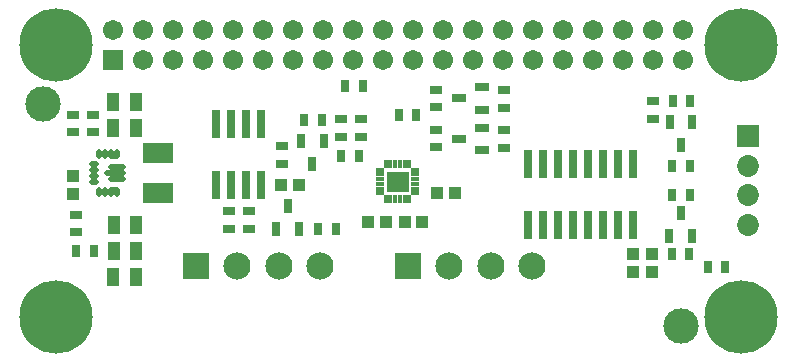
<source format=gts>
G04*
G04 #@! TF.GenerationSoftware,Altium Limited,Altium Designer,19.0.15 (446)*
G04*
G04 Layer_Color=8388736*
%FSAX25Y25*%
%MOIN*%
G70*
G01*
G75*
%ADD35R,0.03162X0.09461*%
%ADD36R,0.03162X0.09461*%
%ADD37R,0.02769X0.01587*%
%ADD38R,0.01587X0.02769*%
%ADD39R,0.07493X0.06863*%
G04:AMPARAMS|DCode=40|XSize=17.84mil|YSize=35.56mil|CornerRadius=6.46mil|HoleSize=0mil|Usage=FLASHONLY|Rotation=90.000|XOffset=0mil|YOffset=0mil|HoleType=Round|Shape=RoundedRectangle|*
%AMROUNDEDRECTD40*
21,1,0.01784,0.02264,0,0,90.0*
21,1,0.00492,0.03556,0,0,90.0*
1,1,0.01292,0.01132,0.00246*
1,1,0.01292,0.01132,-0.00246*
1,1,0.01292,-0.01132,-0.00246*
1,1,0.01292,-0.01132,0.00246*
%
%ADD40ROUNDEDRECTD40*%
G04:AMPARAMS|DCode=41|XSize=17.84mil|YSize=31.62mil|CornerRadius=6.46mil|HoleSize=0mil|Usage=FLASHONLY|Rotation=0.000|XOffset=0mil|YOffset=0mil|HoleType=Round|Shape=RoundedRectangle|*
%AMROUNDEDRECTD41*
21,1,0.01784,0.01870,0,0,0.0*
21,1,0.00492,0.03162,0,0,0.0*
1,1,0.01292,0.00246,-0.00935*
1,1,0.01292,-0.00246,-0.00935*
1,1,0.01292,-0.00246,0.00935*
1,1,0.01292,0.00246,0.00935*
%
%ADD41ROUNDEDRECTD41*%
G04:AMPARAMS|DCode=42|XSize=17.84mil|YSize=61.15mil|CornerRadius=6.46mil|HoleSize=0mil|Usage=FLASHONLY|Rotation=90.000|XOffset=0mil|YOffset=0mil|HoleType=Round|Shape=RoundedRectangle|*
%AMROUNDEDRECTD42*
21,1,0.01784,0.04823,0,0,90.0*
21,1,0.00492,0.06115,0,0,90.0*
1,1,0.01292,0.02411,0.00246*
1,1,0.01292,0.02411,-0.00246*
1,1,0.01292,-0.02411,-0.00246*
1,1,0.01292,-0.02411,0.00246*
%
%ADD42ROUNDEDRECTD42*%
G04:AMPARAMS|DCode=43|XSize=17.84mil|YSize=74.93mil|CornerRadius=6.46mil|HoleSize=0mil|Usage=FLASHONLY|Rotation=90.000|XOffset=0mil|YOffset=0mil|HoleType=Round|Shape=RoundedRectangle|*
%AMROUNDEDRECTD43*
21,1,0.01784,0.06201,0,0,90.0*
21,1,0.00492,0.07493,0,0,90.0*
1,1,0.01292,0.03100,0.00246*
1,1,0.01292,0.03100,-0.00246*
1,1,0.01292,-0.03100,-0.00246*
1,1,0.01292,-0.03100,0.00246*
%
%ADD43ROUNDEDRECTD43*%
G04:AMPARAMS|DCode=44|XSize=17.84mil|YSize=31.62mil|CornerRadius=6.46mil|HoleSize=0mil|Usage=FLASHONLY|Rotation=90.000|XOffset=0mil|YOffset=0mil|HoleType=Round|Shape=RoundedRectangle|*
%AMROUNDEDRECTD44*
21,1,0.01784,0.01870,0,0,90.0*
21,1,0.00492,0.03162,0,0,90.0*
1,1,0.01292,0.00935,0.00246*
1,1,0.01292,0.00935,-0.00246*
1,1,0.01292,-0.00935,-0.00246*
1,1,0.01292,-0.00935,0.00246*
%
%ADD44ROUNDEDRECTD44*%
%ADD45R,0.02690X0.04540*%
%ADD46R,0.04540X0.02690*%
%ADD47R,0.03162X0.04343*%
%ADD48R,0.04343X0.03162*%
%ADD49R,0.10249X0.07099*%
%ADD50C,0.11811*%
%ADD51R,0.03950X0.03950*%
%ADD52R,0.03950X0.03950*%
%ADD53R,0.04343X0.05918*%
%ADD54C,0.09068*%
%ADD55R,0.09068X0.09068*%
%ADD56C,0.07296*%
%ADD57R,0.07296X0.07296*%
%ADD58R,0.06706X0.06706*%
%ADD59C,0.06706*%
%ADD60C,0.24422*%
%ADD61C,0.02769*%
D35*
X0313778Y0173357D02*
D03*
X0293778D02*
D03*
Y0152884D02*
D03*
X0189959Y0186743D02*
D03*
D36*
X0298778Y0152884D02*
D03*
X0303778D02*
D03*
X0308778D02*
D03*
X0313778D02*
D03*
X0298778Y0173357D02*
D03*
X0303778D02*
D03*
X0308778D02*
D03*
X0288778D02*
D03*
X0283778D02*
D03*
X0288778Y0152884D02*
D03*
X0283778D02*
D03*
X0278778D02*
D03*
Y0173357D02*
D03*
X0174959Y0166270D02*
D03*
X0179959D02*
D03*
X0184959D02*
D03*
X0189959D02*
D03*
X0174959Y0186743D02*
D03*
X0179959D02*
D03*
X0184959D02*
D03*
D37*
X0229447Y0171388D02*
D03*
Y0169814D02*
D03*
Y0168239D02*
D03*
Y0166664D02*
D03*
Y0165089D02*
D03*
Y0163514D02*
D03*
X0241258D02*
D03*
Y0165089D02*
D03*
Y0166664D02*
D03*
Y0168239D02*
D03*
Y0169814D02*
D03*
Y0171388D02*
D03*
D38*
X0231416Y0161546D02*
D03*
X0232991D02*
D03*
X0234565D02*
D03*
X0236140D02*
D03*
X0237715D02*
D03*
X0239290D02*
D03*
Y0173357D02*
D03*
X0237715D02*
D03*
X0236140D02*
D03*
X0234565D02*
D03*
X0232991D02*
D03*
X0231416D02*
D03*
D39*
X0235353Y0167451D02*
D03*
D40*
X0140709Y0164690D02*
D03*
Y0175910D02*
D03*
D41*
X0135788Y0176599D02*
D03*
X0137756D02*
D03*
X0139725D02*
D03*
X0141693D02*
D03*
Y0164001D02*
D03*
X0139725D02*
D03*
X0137756D02*
D03*
X0135788D02*
D03*
D42*
X0141792Y0172269D02*
D03*
Y0168332D02*
D03*
D43*
X0141103Y0170300D02*
D03*
D44*
X0134213Y0167347D02*
D03*
Y0169316D02*
D03*
Y0171284D02*
D03*
Y0173253D02*
D03*
D45*
X0325904Y0149237D02*
D03*
X0333542D02*
D03*
X0329723Y0156875D02*
D03*
X0333660Y0187215D02*
D03*
X0326022D02*
D03*
X0329841Y0179577D02*
D03*
X0210825Y0181009D02*
D03*
X0203187D02*
D03*
X0207006Y0173371D02*
D03*
X0194920Y0151625D02*
D03*
X0202558D02*
D03*
X0198739Y0159262D02*
D03*
D46*
X0263581Y0177806D02*
D03*
Y0185443D02*
D03*
X0255943Y0181624D02*
D03*
X0263502Y0191320D02*
D03*
Y0198958D02*
D03*
X0255864Y0195139D02*
D03*
D47*
X0344605Y0139105D02*
D03*
X0338699D02*
D03*
X0235747Y0189498D02*
D03*
X0241652D02*
D03*
X0217792Y0199341D02*
D03*
X0223697D02*
D03*
X0326888Y0162820D02*
D03*
X0332794D02*
D03*
X0326691Y0143332D02*
D03*
X0332597D02*
D03*
X0332794Y0172766D02*
D03*
X0326888D02*
D03*
X0332991Y0194223D02*
D03*
X0327085D02*
D03*
X0210156Y0187924D02*
D03*
X0204251D02*
D03*
X0222361Y0176113D02*
D03*
X0216455D02*
D03*
X0214684Y0151703D02*
D03*
X0208778D02*
D03*
X0134172Y0144223D02*
D03*
X0128266D02*
D03*
D48*
X0320558Y0188368D02*
D03*
Y0194273D02*
D03*
X0248345Y0178869D02*
D03*
Y0184774D02*
D03*
X0270786Y0178672D02*
D03*
Y0184577D02*
D03*
X0248345Y0192186D02*
D03*
Y0198092D02*
D03*
X0270786Y0192058D02*
D03*
Y0197963D02*
D03*
X0216455Y0182412D02*
D03*
Y0188317D02*
D03*
X0179054Y0151703D02*
D03*
Y0157609D02*
D03*
X0223231Y0188317D02*
D03*
Y0182412D02*
D03*
X0185943Y0151703D02*
D03*
Y0157609D02*
D03*
X0196770Y0173357D02*
D03*
Y0179262D02*
D03*
X0128266Y0150522D02*
D03*
Y0156428D02*
D03*
X0133975Y0189695D02*
D03*
Y0183790D02*
D03*
X0127282Y0189695D02*
D03*
Y0183790D02*
D03*
D49*
X0155502Y0177077D02*
D03*
Y0163691D02*
D03*
D50*
X0329960Y0119420D02*
D03*
X0117243Y0193436D02*
D03*
D51*
X0313896Y0137333D02*
D03*
Y0143239D02*
D03*
X0320164Y0137333D02*
D03*
Y0143239D02*
D03*
X0127282Y0163317D02*
D03*
Y0169223D02*
D03*
D52*
X0237715Y0153869D02*
D03*
X0243621D02*
D03*
X0248542Y0163514D02*
D03*
X0254447D02*
D03*
X0231416Y0153869D02*
D03*
X0225510D02*
D03*
X0202479Y0166270D02*
D03*
X0196573D02*
D03*
D53*
X0148148Y0135562D02*
D03*
X0140668D02*
D03*
X0148187Y0144223D02*
D03*
X0140707D02*
D03*
X0148187Y0152963D02*
D03*
X0140707D02*
D03*
X0148148Y0194026D02*
D03*
X0140668D02*
D03*
X0148148Y0185365D02*
D03*
X0140668D02*
D03*
D54*
X0280235Y0139302D02*
D03*
X0266456D02*
D03*
X0252676D02*
D03*
X0209566D02*
D03*
X0195786D02*
D03*
X0182007D02*
D03*
D55*
X0238897D02*
D03*
X0168228D02*
D03*
D56*
X0352195Y0153020D02*
D03*
Y0162862D02*
D03*
Y0172705D02*
D03*
D57*
Y0182547D02*
D03*
D58*
X0140558Y0207975D02*
D03*
D59*
Y0217975D02*
D03*
X0150558Y0207975D02*
D03*
Y0217975D02*
D03*
X0160558Y0207975D02*
D03*
Y0217975D02*
D03*
X0170558Y0207975D02*
D03*
Y0217975D02*
D03*
X0180558Y0207975D02*
D03*
Y0217975D02*
D03*
X0190558Y0207975D02*
D03*
Y0217975D02*
D03*
X0200558Y0207975D02*
D03*
Y0217975D02*
D03*
X0210558Y0207975D02*
D03*
Y0217975D02*
D03*
X0220558Y0207975D02*
D03*
Y0217975D02*
D03*
X0230558Y0207975D02*
D03*
Y0217975D02*
D03*
X0240558Y0207975D02*
D03*
Y0217975D02*
D03*
X0250558Y0207975D02*
D03*
Y0217975D02*
D03*
X0260558Y0207975D02*
D03*
Y0217975D02*
D03*
X0270558Y0207975D02*
D03*
Y0217975D02*
D03*
X0280558Y0207975D02*
D03*
Y0217975D02*
D03*
X0290558Y0207975D02*
D03*
Y0217975D02*
D03*
X0300558Y0207975D02*
D03*
Y0217975D02*
D03*
X0310558Y0207975D02*
D03*
Y0217975D02*
D03*
X0320558Y0207975D02*
D03*
Y0217975D02*
D03*
X0330558Y0207975D02*
D03*
Y0217975D02*
D03*
D60*
X0349724Y0122374D02*
D03*
Y0212925D02*
D03*
X0121378D02*
D03*
Y0122374D02*
D03*
D61*
X0233353Y0168951D02*
D03*
X0237353D02*
D03*
X0233353Y0165951D02*
D03*
X0237353D02*
D03*
M02*

</source>
